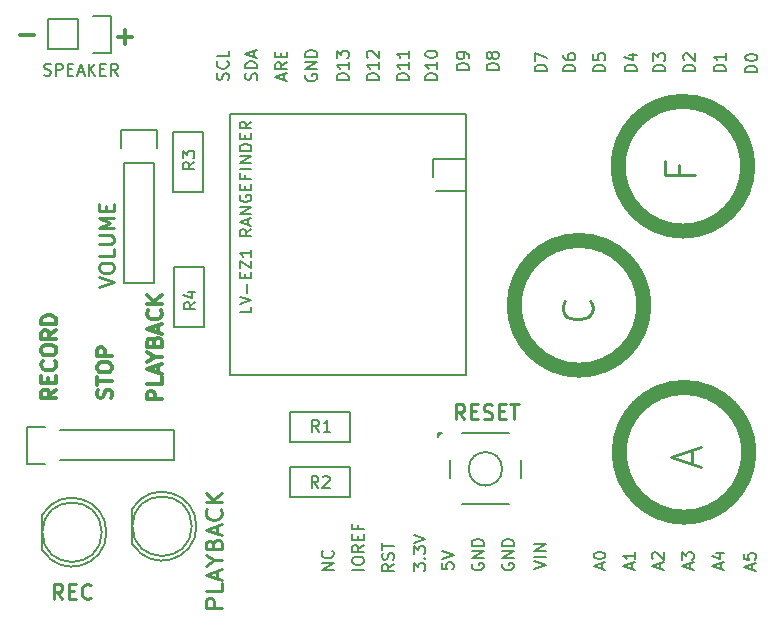
<source format=gto>
G04 #@! TF.FileFunction,Legend,Top*
%FSLAX46Y46*%
G04 Gerber Fmt 4.6, Leading zero omitted, Abs format (unit mm)*
G04 Created by KiCad (PCBNEW 4.0.1-3.201512221402+6198~38~ubuntu14.04.1-stable) date Tue 08 Mar 2016 09:46:03 PM PST*
%MOMM*%
G01*
G04 APERTURE LIST*
%ADD10C,0.100000*%
%ADD11C,1.270000*%
%ADD12C,0.300000*%
%ADD13C,0.152400*%
%ADD14C,0.150000*%
%ADD15C,0.254000*%
G04 APERTURE END LIST*
D10*
D11*
X151036860Y-103471140D02*
G75*
G03X151036860Y-103471140I-5494860J0D01*
G01*
X142146860Y-91025140D02*
G75*
G03X142146860Y-91025140I-5494860J0D01*
G01*
X150943720Y-79248000D02*
G75*
G03X150943720Y-79248000I-5494860J0D01*
G01*
D12*
X89344572Y-68179143D02*
X90487429Y-68179143D01*
X97628572Y-68307143D02*
X98771429Y-68307143D01*
X98200000Y-68878571D02*
X98200000Y-67735714D01*
X101349024Y-98997619D02*
X100079024Y-98997619D01*
X100079024Y-98513810D01*
X100139500Y-98392857D01*
X100199976Y-98332381D01*
X100320929Y-98271905D01*
X100502357Y-98271905D01*
X100623310Y-98332381D01*
X100683786Y-98392857D01*
X100744262Y-98513810D01*
X100744262Y-98997619D01*
X101349024Y-97122857D02*
X101349024Y-97727619D01*
X100079024Y-97727619D01*
X100986167Y-96760000D02*
X100986167Y-96155238D01*
X101349024Y-96880953D02*
X100079024Y-96457619D01*
X101349024Y-96034286D01*
X100744262Y-95369048D02*
X101349024Y-95369048D01*
X100079024Y-95792382D02*
X100744262Y-95369048D01*
X100079024Y-94945715D01*
X100683786Y-94099049D02*
X100744262Y-93917620D01*
X100804738Y-93857144D01*
X100925690Y-93796668D01*
X101107119Y-93796668D01*
X101228071Y-93857144D01*
X101288548Y-93917620D01*
X101349024Y-94038573D01*
X101349024Y-94522382D01*
X100079024Y-94522382D01*
X100079024Y-94099049D01*
X100139500Y-93978096D01*
X100199976Y-93917620D01*
X100320929Y-93857144D01*
X100441881Y-93857144D01*
X100562833Y-93917620D01*
X100623310Y-93978096D01*
X100683786Y-94099049D01*
X100683786Y-94522382D01*
X100986167Y-93312858D02*
X100986167Y-92708096D01*
X101349024Y-93433811D02*
X100079024Y-93010477D01*
X101349024Y-92587144D01*
X101228071Y-91438097D02*
X101288548Y-91498573D01*
X101349024Y-91680002D01*
X101349024Y-91800954D01*
X101288548Y-91982382D01*
X101167595Y-92103335D01*
X101046643Y-92163811D01*
X100804738Y-92224287D01*
X100623310Y-92224287D01*
X100381405Y-92163811D01*
X100260452Y-92103335D01*
X100139500Y-91982382D01*
X100079024Y-91800954D01*
X100079024Y-91680002D01*
X100139500Y-91498573D01*
X100199976Y-91438097D01*
X101349024Y-90893811D02*
X100079024Y-90893811D01*
X101349024Y-90168097D02*
X100623310Y-90712382D01*
X100079024Y-90168097D02*
X100804738Y-90893811D01*
X97034048Y-98881595D02*
X97094524Y-98700167D01*
X97094524Y-98397786D01*
X97034048Y-98276833D01*
X96973571Y-98216357D01*
X96852619Y-98155881D01*
X96731667Y-98155881D01*
X96610714Y-98216357D01*
X96550238Y-98276833D01*
X96489762Y-98397786D01*
X96429286Y-98639690D01*
X96368810Y-98760643D01*
X96308333Y-98821119D01*
X96187381Y-98881595D01*
X96066429Y-98881595D01*
X95945476Y-98821119D01*
X95885000Y-98760643D01*
X95824524Y-98639690D01*
X95824524Y-98337310D01*
X95885000Y-98155881D01*
X95824524Y-97793024D02*
X95824524Y-97067309D01*
X97094524Y-97430166D02*
X95824524Y-97430166D01*
X95824524Y-96402071D02*
X95824524Y-96160167D01*
X95885000Y-96039214D01*
X96005952Y-95918262D01*
X96247857Y-95857786D01*
X96671190Y-95857786D01*
X96913095Y-95918262D01*
X97034048Y-96039214D01*
X97094524Y-96160167D01*
X97094524Y-96402071D01*
X97034048Y-96523024D01*
X96913095Y-96643976D01*
X96671190Y-96704452D01*
X96247857Y-96704452D01*
X96005952Y-96643976D01*
X95885000Y-96523024D01*
X95824524Y-96402071D01*
X97094524Y-95313500D02*
X95824524Y-95313500D01*
X95824524Y-94829691D01*
X95885000Y-94708738D01*
X95945476Y-94648262D01*
X96066429Y-94587786D01*
X96247857Y-94587786D01*
X96368810Y-94648262D01*
X96429286Y-94708738D01*
X96489762Y-94829691D01*
X96489762Y-95313500D01*
X92395524Y-98158905D02*
X91790762Y-98582238D01*
X92395524Y-98884619D02*
X91125524Y-98884619D01*
X91125524Y-98400810D01*
X91186000Y-98279857D01*
X91246476Y-98219381D01*
X91367429Y-98158905D01*
X91548857Y-98158905D01*
X91669810Y-98219381D01*
X91730286Y-98279857D01*
X91790762Y-98400810D01*
X91790762Y-98884619D01*
X91730286Y-97614619D02*
X91730286Y-97191286D01*
X92395524Y-97009857D02*
X92395524Y-97614619D01*
X91125524Y-97614619D01*
X91125524Y-97009857D01*
X92274571Y-95739857D02*
X92335048Y-95800333D01*
X92395524Y-95981762D01*
X92395524Y-96102714D01*
X92335048Y-96284142D01*
X92214095Y-96405095D01*
X92093143Y-96465571D01*
X91851238Y-96526047D01*
X91669810Y-96526047D01*
X91427905Y-96465571D01*
X91306952Y-96405095D01*
X91186000Y-96284142D01*
X91125524Y-96102714D01*
X91125524Y-95981762D01*
X91186000Y-95800333D01*
X91246476Y-95739857D01*
X91125524Y-94953666D02*
X91125524Y-94711762D01*
X91186000Y-94590809D01*
X91306952Y-94469857D01*
X91548857Y-94409381D01*
X91972190Y-94409381D01*
X92214095Y-94469857D01*
X92335048Y-94590809D01*
X92395524Y-94711762D01*
X92395524Y-94953666D01*
X92335048Y-95074619D01*
X92214095Y-95195571D01*
X91972190Y-95256047D01*
X91548857Y-95256047D01*
X91306952Y-95195571D01*
X91186000Y-95074619D01*
X91125524Y-94953666D01*
X92395524Y-93139381D02*
X91790762Y-93562714D01*
X92395524Y-93865095D02*
X91125524Y-93865095D01*
X91125524Y-93381286D01*
X91186000Y-93260333D01*
X91246476Y-93199857D01*
X91367429Y-93139381D01*
X91548857Y-93139381D01*
X91669810Y-93199857D01*
X91730286Y-93260333D01*
X91790762Y-93381286D01*
X91790762Y-93865095D01*
X92395524Y-92595095D02*
X91125524Y-92595095D01*
X91125524Y-92292714D01*
X91186000Y-92111286D01*
X91306952Y-91990333D01*
X91427905Y-91929857D01*
X91669810Y-91869381D01*
X91851238Y-91869381D01*
X92093143Y-91929857D01*
X92214095Y-91990333D01*
X92335048Y-92111286D01*
X92395524Y-92292714D01*
X92395524Y-92595095D01*
D13*
X107124500Y-74866500D02*
X127063500Y-74866500D01*
X127063500Y-96964500D02*
X127063500Y-74866500D01*
X107124500Y-96964500D02*
X107124500Y-74866500D01*
X107124500Y-96964500D02*
X127063500Y-96964500D01*
D14*
X127063500Y-81309500D02*
X124579500Y-81309500D01*
X124249500Y-80189500D02*
X124249500Y-78639500D01*
X124274500Y-78614500D02*
X127063500Y-78614500D01*
X112141000Y-100076000D02*
X117221000Y-100076000D01*
X117221000Y-100076000D02*
X117221000Y-102616000D01*
X117221000Y-102616000D02*
X112141000Y-102616000D01*
X112141000Y-102616000D02*
X112141000Y-100076000D01*
X112141000Y-104711500D02*
X117221000Y-104711500D01*
X117221000Y-104711500D02*
X117221000Y-107251500D01*
X117221000Y-107251500D02*
X112141000Y-107251500D01*
X112141000Y-107251500D02*
X112141000Y-104711500D01*
X102235000Y-81470500D02*
X102235000Y-76390500D01*
X102235000Y-76390500D02*
X104775000Y-76390500D01*
X104775000Y-76390500D02*
X104775000Y-81470500D01*
X104775000Y-81470500D02*
X102235000Y-81470500D01*
X104870000Y-87750000D02*
X104870000Y-92830000D01*
X104870000Y-92830000D02*
X102330000Y-92830000D01*
X102330000Y-92830000D02*
X102330000Y-87750000D01*
X102330000Y-87750000D02*
X104870000Y-87750000D01*
X91241112Y-111760904D02*
G75*
G03X91226000Y-108736000I2484888J1524904D01*
G01*
X91226000Y-111736000D02*
X91226000Y-108736000D01*
X96243936Y-110236000D02*
G75*
G03X96243936Y-110236000I-2517936J0D01*
G01*
X98861112Y-111252904D02*
G75*
G03X98846000Y-108228000I2484888J1524904D01*
G01*
X98846000Y-111228000D02*
X98846000Y-108228000D01*
X103863936Y-109728000D02*
G75*
G03X103863936Y-109728000I-2517936J0D01*
G01*
X94234000Y-69342000D02*
X91694000Y-69342000D01*
X97054000Y-69622000D02*
X95504000Y-69622000D01*
X94234000Y-69342000D02*
X94234000Y-66802000D01*
X95504000Y-66522000D02*
X97054000Y-66522000D01*
X97054000Y-66522000D02*
X97054000Y-69622000D01*
X94234000Y-66802000D02*
X91694000Y-66802000D01*
X91694000Y-66802000D02*
X91694000Y-69342000D01*
X124780000Y-101870000D02*
X124780000Y-101970000D01*
X124680000Y-101820000D02*
X125030000Y-101820000D01*
X125030000Y-101820000D02*
G75*
G03X124680000Y-102170000I700000J-1050000D01*
G01*
X124680000Y-101820000D02*
X124680000Y-102170000D01*
X130144214Y-104870000D02*
G75*
G03X130144214Y-104870000I-1414214J0D01*
G01*
X126730000Y-107870000D02*
X130730000Y-107870000D01*
X126730000Y-101870000D02*
X130730000Y-101870000D01*
X125730000Y-105620000D02*
X125730000Y-104120000D01*
X131730000Y-104120000D02*
X131730000Y-105620000D01*
D10*
X125730000Y-104870000D02*
X125730000Y-104870000D01*
X130730000Y-107870000D02*
X126730000Y-107870000D01*
X130730000Y-101870000D02*
X126730000Y-101870000D01*
X131730000Y-104870000D02*
X131730000Y-104870000D01*
X130144214Y-104870000D02*
G75*
G03X130144214Y-104870000I-1414214J0D01*
G01*
D14*
X97850000Y-77720000D02*
X97850000Y-76170000D01*
X97850000Y-76170000D02*
X100950000Y-76170000D01*
X100950000Y-76170000D02*
X100950000Y-77720000D01*
X100670000Y-78990000D02*
X100670000Y-89150000D01*
X100670000Y-89150000D02*
X98130000Y-89150000D01*
X98130000Y-89150000D02*
X98130000Y-78990000D01*
X100670000Y-78990000D02*
X98130000Y-78990000D01*
X91440000Y-104420000D02*
X89890000Y-104420000D01*
X89890000Y-104420000D02*
X89890000Y-101320000D01*
X89890000Y-101320000D02*
X91440000Y-101320000D01*
X92710000Y-101600000D02*
X102362000Y-101600000D01*
X102362000Y-101600000D02*
X102362000Y-104140000D01*
X102362000Y-104140000D02*
X92710000Y-104140000D01*
X118435381Y-113410762D02*
X117435381Y-113410762D01*
X117435381Y-112744096D02*
X117435381Y-112553619D01*
X117483000Y-112458381D01*
X117578238Y-112363143D01*
X117768714Y-112315524D01*
X118102048Y-112315524D01*
X118292524Y-112363143D01*
X118387762Y-112458381D01*
X118435381Y-112553619D01*
X118435381Y-112744096D01*
X118387762Y-112839334D01*
X118292524Y-112934572D01*
X118102048Y-112982191D01*
X117768714Y-112982191D01*
X117578238Y-112934572D01*
X117483000Y-112839334D01*
X117435381Y-112744096D01*
X118435381Y-111315524D02*
X117959190Y-111648858D01*
X118435381Y-111886953D02*
X117435381Y-111886953D01*
X117435381Y-111506000D01*
X117483000Y-111410762D01*
X117530619Y-111363143D01*
X117625857Y-111315524D01*
X117768714Y-111315524D01*
X117863952Y-111363143D01*
X117911571Y-111410762D01*
X117959190Y-111506000D01*
X117959190Y-111886953D01*
X117911571Y-110886953D02*
X117911571Y-110553619D01*
X118435381Y-110410762D02*
X118435381Y-110886953D01*
X117435381Y-110886953D01*
X117435381Y-110410762D01*
X117911571Y-109648857D02*
X117911571Y-109982191D01*
X118435381Y-109982191D02*
X117435381Y-109982191D01*
X117435381Y-109506000D01*
X115875381Y-113434714D02*
X114875381Y-113434714D01*
X115875381Y-112863285D01*
X114875381Y-112863285D01*
X115780143Y-111815666D02*
X115827762Y-111863285D01*
X115875381Y-112006142D01*
X115875381Y-112101380D01*
X115827762Y-112244238D01*
X115732524Y-112339476D01*
X115637286Y-112387095D01*
X115446810Y-112434714D01*
X115303952Y-112434714D01*
X115113476Y-112387095D01*
X115018238Y-112339476D01*
X114923000Y-112244238D01*
X114875381Y-112101380D01*
X114875381Y-112006142D01*
X114923000Y-111863285D01*
X114970619Y-111815666D01*
X120975381Y-112942619D02*
X120499190Y-113275953D01*
X120975381Y-113514048D02*
X119975381Y-113514048D01*
X119975381Y-113133095D01*
X120023000Y-113037857D01*
X120070619Y-112990238D01*
X120165857Y-112942619D01*
X120308714Y-112942619D01*
X120403952Y-112990238D01*
X120451571Y-113037857D01*
X120499190Y-113133095D01*
X120499190Y-113514048D01*
X120927762Y-112561667D02*
X120975381Y-112418810D01*
X120975381Y-112180714D01*
X120927762Y-112085476D01*
X120880143Y-112037857D01*
X120784905Y-111990238D01*
X120689667Y-111990238D01*
X120594429Y-112037857D01*
X120546810Y-112085476D01*
X120499190Y-112180714D01*
X120451571Y-112371191D01*
X120403952Y-112466429D01*
X120356333Y-112514048D01*
X120261095Y-112561667D01*
X120165857Y-112561667D01*
X120070619Y-112514048D01*
X120023000Y-112466429D01*
X119975381Y-112371191D01*
X119975381Y-112133095D01*
X120023000Y-111990238D01*
X119975381Y-111704524D02*
X119975381Y-111133095D01*
X120975381Y-111418810D02*
X119975381Y-111418810D01*
X122642381Y-113490190D02*
X122642381Y-112871142D01*
X123023333Y-113204476D01*
X123023333Y-113061618D01*
X123070952Y-112966380D01*
X123118571Y-112918761D01*
X123213810Y-112871142D01*
X123451905Y-112871142D01*
X123547143Y-112918761D01*
X123594762Y-112966380D01*
X123642381Y-113061618D01*
X123642381Y-113347333D01*
X123594762Y-113442571D01*
X123547143Y-113490190D01*
X123547143Y-112442571D02*
X123594762Y-112394952D01*
X123642381Y-112442571D01*
X123594762Y-112490190D01*
X123547143Y-112442571D01*
X123642381Y-112442571D01*
X122642381Y-112061619D02*
X122642381Y-111442571D01*
X123023333Y-111775905D01*
X123023333Y-111633047D01*
X123070952Y-111537809D01*
X123118571Y-111490190D01*
X123213810Y-111442571D01*
X123451905Y-111442571D01*
X123547143Y-111490190D01*
X123594762Y-111537809D01*
X123642381Y-111633047D01*
X123642381Y-111918762D01*
X123594762Y-112014000D01*
X123547143Y-112061619D01*
X122642381Y-111156857D02*
X123642381Y-110823524D01*
X122642381Y-110490190D01*
X125035381Y-112839476D02*
X125035381Y-113315667D01*
X125511571Y-113363286D01*
X125463952Y-113315667D01*
X125416333Y-113220429D01*
X125416333Y-112982333D01*
X125463952Y-112887095D01*
X125511571Y-112839476D01*
X125606810Y-112791857D01*
X125844905Y-112791857D01*
X125940143Y-112839476D01*
X125987762Y-112887095D01*
X126035381Y-112982333D01*
X126035381Y-113220429D01*
X125987762Y-113315667D01*
X125940143Y-113363286D01*
X125035381Y-112506143D02*
X126035381Y-112172810D01*
X125035381Y-111839476D01*
X127623000Y-112902904D02*
X127575381Y-112998142D01*
X127575381Y-113140999D01*
X127623000Y-113283857D01*
X127718238Y-113379095D01*
X127813476Y-113426714D01*
X128003952Y-113474333D01*
X128146810Y-113474333D01*
X128337286Y-113426714D01*
X128432524Y-113379095D01*
X128527762Y-113283857D01*
X128575381Y-113140999D01*
X128575381Y-113045761D01*
X128527762Y-112902904D01*
X128480143Y-112855285D01*
X128146810Y-112855285D01*
X128146810Y-113045761D01*
X128575381Y-112426714D02*
X127575381Y-112426714D01*
X128575381Y-111855285D01*
X127575381Y-111855285D01*
X128575381Y-111379095D02*
X127575381Y-111379095D01*
X127575381Y-111141000D01*
X127623000Y-110998142D01*
X127718238Y-110902904D01*
X127813476Y-110855285D01*
X128003952Y-110807666D01*
X128146810Y-110807666D01*
X128337286Y-110855285D01*
X128432524Y-110902904D01*
X128527762Y-110998142D01*
X128575381Y-111141000D01*
X128575381Y-111379095D01*
X130198000Y-112902904D02*
X130150381Y-112998142D01*
X130150381Y-113140999D01*
X130198000Y-113283857D01*
X130293238Y-113379095D01*
X130388476Y-113426714D01*
X130578952Y-113474333D01*
X130721810Y-113474333D01*
X130912286Y-113426714D01*
X131007524Y-113379095D01*
X131102762Y-113283857D01*
X131150381Y-113140999D01*
X131150381Y-113045761D01*
X131102762Y-112902904D01*
X131055143Y-112855285D01*
X130721810Y-112855285D01*
X130721810Y-113045761D01*
X131150381Y-112426714D02*
X130150381Y-112426714D01*
X131150381Y-111855285D01*
X130150381Y-111855285D01*
X131150381Y-111379095D02*
X130150381Y-111379095D01*
X130150381Y-111141000D01*
X130198000Y-110998142D01*
X130293238Y-110902904D01*
X130388476Y-110855285D01*
X130578952Y-110807666D01*
X130721810Y-110807666D01*
X130912286Y-110855285D01*
X131007524Y-110902904D01*
X131102762Y-110998142D01*
X131150381Y-111141000D01*
X131150381Y-111379095D01*
X132825381Y-113311238D02*
X133825381Y-112977905D01*
X132825381Y-112644571D01*
X133825381Y-112311238D02*
X132825381Y-112311238D01*
X133825381Y-111835048D02*
X132825381Y-111835048D01*
X133825381Y-111263619D01*
X132825381Y-111263619D01*
X151319667Y-113438286D02*
X151319667Y-112962095D01*
X151605381Y-113533524D02*
X150605381Y-113200191D01*
X151605381Y-112866857D01*
X150605381Y-112057333D02*
X150605381Y-112533524D01*
X151081571Y-112581143D01*
X151033952Y-112533524D01*
X150986333Y-112438286D01*
X150986333Y-112200190D01*
X151033952Y-112104952D01*
X151081571Y-112057333D01*
X151176810Y-112009714D01*
X151414905Y-112009714D01*
X151510143Y-112057333D01*
X151557762Y-112104952D01*
X151605381Y-112200190D01*
X151605381Y-112438286D01*
X151557762Y-112533524D01*
X151510143Y-112581143D01*
X148644667Y-113363286D02*
X148644667Y-112887095D01*
X148930381Y-113458524D02*
X147930381Y-113125191D01*
X148930381Y-112791857D01*
X148263714Y-112029952D02*
X148930381Y-112029952D01*
X147882762Y-112268048D02*
X148597048Y-112506143D01*
X148597048Y-111887095D01*
X146069667Y-113363286D02*
X146069667Y-112887095D01*
X146355381Y-113458524D02*
X145355381Y-113125191D01*
X146355381Y-112791857D01*
X145355381Y-112553762D02*
X145355381Y-111934714D01*
X145736333Y-112268048D01*
X145736333Y-112125190D01*
X145783952Y-112029952D01*
X145831571Y-111982333D01*
X145926810Y-111934714D01*
X146164905Y-111934714D01*
X146260143Y-111982333D01*
X146307762Y-112029952D01*
X146355381Y-112125190D01*
X146355381Y-112410905D01*
X146307762Y-112506143D01*
X146260143Y-112553762D01*
X143529667Y-113363286D02*
X143529667Y-112887095D01*
X143815381Y-113458524D02*
X142815381Y-113125191D01*
X143815381Y-112791857D01*
X142910619Y-112506143D02*
X142863000Y-112458524D01*
X142815381Y-112363286D01*
X142815381Y-112125190D01*
X142863000Y-112029952D01*
X142910619Y-111982333D01*
X143005857Y-111934714D01*
X143101095Y-111934714D01*
X143243952Y-111982333D01*
X143815381Y-112553762D01*
X143815381Y-111934714D01*
X141116667Y-113363286D02*
X141116667Y-112887095D01*
X141402381Y-113458524D02*
X140402381Y-113125191D01*
X141402381Y-112791857D01*
X141402381Y-111934714D02*
X141402381Y-112506143D01*
X141402381Y-112220429D02*
X140402381Y-112220429D01*
X140545238Y-112315667D01*
X140640476Y-112410905D01*
X140688095Y-112506143D01*
X138596667Y-113363286D02*
X138596667Y-112887095D01*
X138882381Y-113458524D02*
X137882381Y-113125191D01*
X138882381Y-112791857D01*
X137882381Y-112268048D02*
X137882381Y-112172809D01*
X137930000Y-112077571D01*
X137977619Y-112029952D01*
X138072857Y-111982333D01*
X138263333Y-111934714D01*
X138501429Y-111934714D01*
X138691905Y-111982333D01*
X138787143Y-112029952D01*
X138834762Y-112077571D01*
X138882381Y-112172809D01*
X138882381Y-112268048D01*
X138834762Y-112363286D01*
X138787143Y-112410905D01*
X138691905Y-112458524D01*
X138501429Y-112506143D01*
X138263333Y-112506143D01*
X138072857Y-112458524D01*
X137977619Y-112410905D01*
X137930000Y-112363286D01*
X137882381Y-112268048D01*
X106937762Y-71929476D02*
X106985381Y-71786619D01*
X106985381Y-71548523D01*
X106937762Y-71453285D01*
X106890143Y-71405666D01*
X106794905Y-71358047D01*
X106699667Y-71358047D01*
X106604429Y-71405666D01*
X106556810Y-71453285D01*
X106509190Y-71548523D01*
X106461571Y-71739000D01*
X106413952Y-71834238D01*
X106366333Y-71881857D01*
X106271095Y-71929476D01*
X106175857Y-71929476D01*
X106080619Y-71881857D01*
X106033000Y-71834238D01*
X105985381Y-71739000D01*
X105985381Y-71500904D01*
X106033000Y-71358047D01*
X106890143Y-70358047D02*
X106937762Y-70405666D01*
X106985381Y-70548523D01*
X106985381Y-70643761D01*
X106937762Y-70786619D01*
X106842524Y-70881857D01*
X106747286Y-70929476D01*
X106556810Y-70977095D01*
X106413952Y-70977095D01*
X106223476Y-70929476D01*
X106128238Y-70881857D01*
X106033000Y-70786619D01*
X105985381Y-70643761D01*
X105985381Y-70548523D01*
X106033000Y-70405666D01*
X106080619Y-70358047D01*
X106985381Y-69453285D02*
X106985381Y-69929476D01*
X105985381Y-69929476D01*
X109350762Y-71953286D02*
X109398381Y-71810429D01*
X109398381Y-71572333D01*
X109350762Y-71477095D01*
X109303143Y-71429476D01*
X109207905Y-71381857D01*
X109112667Y-71381857D01*
X109017429Y-71429476D01*
X108969810Y-71477095D01*
X108922190Y-71572333D01*
X108874571Y-71762810D01*
X108826952Y-71858048D01*
X108779333Y-71905667D01*
X108684095Y-71953286D01*
X108588857Y-71953286D01*
X108493619Y-71905667D01*
X108446000Y-71858048D01*
X108398381Y-71762810D01*
X108398381Y-71524714D01*
X108446000Y-71381857D01*
X109398381Y-70953286D02*
X108398381Y-70953286D01*
X108398381Y-70715191D01*
X108446000Y-70572333D01*
X108541238Y-70477095D01*
X108636476Y-70429476D01*
X108826952Y-70381857D01*
X108969810Y-70381857D01*
X109160286Y-70429476D01*
X109255524Y-70477095D01*
X109350762Y-70572333D01*
X109398381Y-70715191D01*
X109398381Y-70953286D01*
X109112667Y-70000905D02*
X109112667Y-69524714D01*
X109398381Y-70096143D02*
X108398381Y-69762810D01*
X109398381Y-69429476D01*
X111652667Y-71929476D02*
X111652667Y-71453285D01*
X111938381Y-72024714D02*
X110938381Y-71691381D01*
X111938381Y-71358047D01*
X111938381Y-70453285D02*
X111462190Y-70786619D01*
X111938381Y-71024714D02*
X110938381Y-71024714D01*
X110938381Y-70643761D01*
X110986000Y-70548523D01*
X111033619Y-70500904D01*
X111128857Y-70453285D01*
X111271714Y-70453285D01*
X111366952Y-70500904D01*
X111414571Y-70548523D01*
X111462190Y-70643761D01*
X111462190Y-71024714D01*
X111414571Y-70024714D02*
X111414571Y-69691380D01*
X111938381Y-69548523D02*
X111938381Y-70024714D01*
X110938381Y-70024714D01*
X110938381Y-69548523D01*
X113526000Y-71500904D02*
X113478381Y-71596142D01*
X113478381Y-71738999D01*
X113526000Y-71881857D01*
X113621238Y-71977095D01*
X113716476Y-72024714D01*
X113906952Y-72072333D01*
X114049810Y-72072333D01*
X114240286Y-72024714D01*
X114335524Y-71977095D01*
X114430762Y-71881857D01*
X114478381Y-71738999D01*
X114478381Y-71643761D01*
X114430762Y-71500904D01*
X114383143Y-71453285D01*
X114049810Y-71453285D01*
X114049810Y-71643761D01*
X114478381Y-71024714D02*
X113478381Y-71024714D01*
X114478381Y-70453285D01*
X113478381Y-70453285D01*
X114478381Y-69977095D02*
X113478381Y-69977095D01*
X113478381Y-69739000D01*
X113526000Y-69596142D01*
X113621238Y-69500904D01*
X113716476Y-69453285D01*
X113906952Y-69405666D01*
X114049810Y-69405666D01*
X114240286Y-69453285D01*
X114335524Y-69500904D01*
X114430762Y-69596142D01*
X114478381Y-69739000D01*
X114478381Y-69977095D01*
X117145381Y-71953286D02*
X116145381Y-71953286D01*
X116145381Y-71715191D01*
X116193000Y-71572333D01*
X116288238Y-71477095D01*
X116383476Y-71429476D01*
X116573952Y-71381857D01*
X116716810Y-71381857D01*
X116907286Y-71429476D01*
X117002524Y-71477095D01*
X117097762Y-71572333D01*
X117145381Y-71715191D01*
X117145381Y-71953286D01*
X117145381Y-70429476D02*
X117145381Y-71000905D01*
X117145381Y-70715191D02*
X116145381Y-70715191D01*
X116288238Y-70810429D01*
X116383476Y-70905667D01*
X116431095Y-71000905D01*
X116145381Y-70096143D02*
X116145381Y-69477095D01*
X116526333Y-69810429D01*
X116526333Y-69667571D01*
X116573952Y-69572333D01*
X116621571Y-69524714D01*
X116716810Y-69477095D01*
X116954905Y-69477095D01*
X117050143Y-69524714D01*
X117097762Y-69572333D01*
X117145381Y-69667571D01*
X117145381Y-69953286D01*
X117097762Y-70048524D01*
X117050143Y-70096143D01*
X119685381Y-71953286D02*
X118685381Y-71953286D01*
X118685381Y-71715191D01*
X118733000Y-71572333D01*
X118828238Y-71477095D01*
X118923476Y-71429476D01*
X119113952Y-71381857D01*
X119256810Y-71381857D01*
X119447286Y-71429476D01*
X119542524Y-71477095D01*
X119637762Y-71572333D01*
X119685381Y-71715191D01*
X119685381Y-71953286D01*
X119685381Y-70429476D02*
X119685381Y-71000905D01*
X119685381Y-70715191D02*
X118685381Y-70715191D01*
X118828238Y-70810429D01*
X118923476Y-70905667D01*
X118971095Y-71000905D01*
X118780619Y-70048524D02*
X118733000Y-70000905D01*
X118685381Y-69905667D01*
X118685381Y-69667571D01*
X118733000Y-69572333D01*
X118780619Y-69524714D01*
X118875857Y-69477095D01*
X118971095Y-69477095D01*
X119113952Y-69524714D01*
X119685381Y-70096143D01*
X119685381Y-69477095D01*
X122225381Y-71953286D02*
X121225381Y-71953286D01*
X121225381Y-71715191D01*
X121273000Y-71572333D01*
X121368238Y-71477095D01*
X121463476Y-71429476D01*
X121653952Y-71381857D01*
X121796810Y-71381857D01*
X121987286Y-71429476D01*
X122082524Y-71477095D01*
X122177762Y-71572333D01*
X122225381Y-71715191D01*
X122225381Y-71953286D01*
X122225381Y-70429476D02*
X122225381Y-71000905D01*
X122225381Y-70715191D02*
X121225381Y-70715191D01*
X121368238Y-70810429D01*
X121463476Y-70905667D01*
X121511095Y-71000905D01*
X122225381Y-69477095D02*
X122225381Y-70048524D01*
X122225381Y-69762810D02*
X121225381Y-69762810D01*
X121368238Y-69858048D01*
X121463476Y-69953286D01*
X121511095Y-70048524D01*
X124638381Y-71953286D02*
X123638381Y-71953286D01*
X123638381Y-71715191D01*
X123686000Y-71572333D01*
X123781238Y-71477095D01*
X123876476Y-71429476D01*
X124066952Y-71381857D01*
X124209810Y-71381857D01*
X124400286Y-71429476D01*
X124495524Y-71477095D01*
X124590762Y-71572333D01*
X124638381Y-71715191D01*
X124638381Y-71953286D01*
X124638381Y-70429476D02*
X124638381Y-71000905D01*
X124638381Y-70715191D02*
X123638381Y-70715191D01*
X123781238Y-70810429D01*
X123876476Y-70905667D01*
X123924095Y-71000905D01*
X123638381Y-69810429D02*
X123638381Y-69715190D01*
X123686000Y-69619952D01*
X123733619Y-69572333D01*
X123828857Y-69524714D01*
X124019333Y-69477095D01*
X124257429Y-69477095D01*
X124447905Y-69524714D01*
X124543143Y-69572333D01*
X124590762Y-69619952D01*
X124638381Y-69715190D01*
X124638381Y-69810429D01*
X124590762Y-69905667D01*
X124543143Y-69953286D01*
X124447905Y-70000905D01*
X124257429Y-70048524D01*
X124019333Y-70048524D01*
X123828857Y-70000905D01*
X123733619Y-69953286D01*
X123686000Y-69905667D01*
X123638381Y-69810429D01*
X127305381Y-71096095D02*
X126305381Y-71096095D01*
X126305381Y-70858000D01*
X126353000Y-70715142D01*
X126448238Y-70619904D01*
X126543476Y-70572285D01*
X126733952Y-70524666D01*
X126876810Y-70524666D01*
X127067286Y-70572285D01*
X127162524Y-70619904D01*
X127257762Y-70715142D01*
X127305381Y-70858000D01*
X127305381Y-71096095D01*
X127305381Y-70048476D02*
X127305381Y-69858000D01*
X127257762Y-69762761D01*
X127210143Y-69715142D01*
X127067286Y-69619904D01*
X126876810Y-69572285D01*
X126495857Y-69572285D01*
X126400619Y-69619904D01*
X126353000Y-69667523D01*
X126305381Y-69762761D01*
X126305381Y-69953238D01*
X126353000Y-70048476D01*
X126400619Y-70096095D01*
X126495857Y-70143714D01*
X126733952Y-70143714D01*
X126829190Y-70096095D01*
X126876810Y-70048476D01*
X126924429Y-69953238D01*
X126924429Y-69762761D01*
X126876810Y-69667523D01*
X126829190Y-69619904D01*
X126733952Y-69572285D01*
X129845381Y-71096095D02*
X128845381Y-71096095D01*
X128845381Y-70858000D01*
X128893000Y-70715142D01*
X128988238Y-70619904D01*
X129083476Y-70572285D01*
X129273952Y-70524666D01*
X129416810Y-70524666D01*
X129607286Y-70572285D01*
X129702524Y-70619904D01*
X129797762Y-70715142D01*
X129845381Y-70858000D01*
X129845381Y-71096095D01*
X129273952Y-69953238D02*
X129226333Y-70048476D01*
X129178714Y-70096095D01*
X129083476Y-70143714D01*
X129035857Y-70143714D01*
X128940619Y-70096095D01*
X128893000Y-70048476D01*
X128845381Y-69953238D01*
X128845381Y-69762761D01*
X128893000Y-69667523D01*
X128940619Y-69619904D01*
X129035857Y-69572285D01*
X129083476Y-69572285D01*
X129178714Y-69619904D01*
X129226333Y-69667523D01*
X129273952Y-69762761D01*
X129273952Y-69953238D01*
X129321571Y-70048476D01*
X129369190Y-70096095D01*
X129464429Y-70143714D01*
X129654905Y-70143714D01*
X129750143Y-70096095D01*
X129797762Y-70048476D01*
X129845381Y-69953238D01*
X129845381Y-69762761D01*
X129797762Y-69667523D01*
X129750143Y-69619904D01*
X129654905Y-69572285D01*
X129464429Y-69572285D01*
X129369190Y-69619904D01*
X129321571Y-69667523D01*
X129273952Y-69762761D01*
X133909381Y-71223095D02*
X132909381Y-71223095D01*
X132909381Y-70985000D01*
X132957000Y-70842142D01*
X133052238Y-70746904D01*
X133147476Y-70699285D01*
X133337952Y-70651666D01*
X133480810Y-70651666D01*
X133671286Y-70699285D01*
X133766524Y-70746904D01*
X133861762Y-70842142D01*
X133909381Y-70985000D01*
X133909381Y-71223095D01*
X132909381Y-70318333D02*
X132909381Y-69651666D01*
X133909381Y-70080238D01*
X136322381Y-71223095D02*
X135322381Y-71223095D01*
X135322381Y-70985000D01*
X135370000Y-70842142D01*
X135465238Y-70746904D01*
X135560476Y-70699285D01*
X135750952Y-70651666D01*
X135893810Y-70651666D01*
X136084286Y-70699285D01*
X136179524Y-70746904D01*
X136274762Y-70842142D01*
X136322381Y-70985000D01*
X136322381Y-71223095D01*
X135322381Y-69794523D02*
X135322381Y-69985000D01*
X135370000Y-70080238D01*
X135417619Y-70127857D01*
X135560476Y-70223095D01*
X135750952Y-70270714D01*
X136131905Y-70270714D01*
X136227143Y-70223095D01*
X136274762Y-70175476D01*
X136322381Y-70080238D01*
X136322381Y-69889761D01*
X136274762Y-69794523D01*
X136227143Y-69746904D01*
X136131905Y-69699285D01*
X135893810Y-69699285D01*
X135798571Y-69746904D01*
X135750952Y-69794523D01*
X135703333Y-69889761D01*
X135703333Y-70080238D01*
X135750952Y-70175476D01*
X135798571Y-70223095D01*
X135893810Y-70270714D01*
X138862381Y-71223095D02*
X137862381Y-71223095D01*
X137862381Y-70985000D01*
X137910000Y-70842142D01*
X138005238Y-70746904D01*
X138100476Y-70699285D01*
X138290952Y-70651666D01*
X138433810Y-70651666D01*
X138624286Y-70699285D01*
X138719524Y-70746904D01*
X138814762Y-70842142D01*
X138862381Y-70985000D01*
X138862381Y-71223095D01*
X137862381Y-69746904D02*
X137862381Y-70223095D01*
X138338571Y-70270714D01*
X138290952Y-70223095D01*
X138243333Y-70127857D01*
X138243333Y-69889761D01*
X138290952Y-69794523D01*
X138338571Y-69746904D01*
X138433810Y-69699285D01*
X138671905Y-69699285D01*
X138767143Y-69746904D01*
X138814762Y-69794523D01*
X138862381Y-69889761D01*
X138862381Y-70127857D01*
X138814762Y-70223095D01*
X138767143Y-70270714D01*
X141529381Y-71223095D02*
X140529381Y-71223095D01*
X140529381Y-70985000D01*
X140577000Y-70842142D01*
X140672238Y-70746904D01*
X140767476Y-70699285D01*
X140957952Y-70651666D01*
X141100810Y-70651666D01*
X141291286Y-70699285D01*
X141386524Y-70746904D01*
X141481762Y-70842142D01*
X141529381Y-70985000D01*
X141529381Y-71223095D01*
X140862714Y-69794523D02*
X141529381Y-69794523D01*
X140481762Y-70032619D02*
X141196048Y-70270714D01*
X141196048Y-69651666D01*
X143942381Y-71223095D02*
X142942381Y-71223095D01*
X142942381Y-70985000D01*
X142990000Y-70842142D01*
X143085238Y-70746904D01*
X143180476Y-70699285D01*
X143370952Y-70651666D01*
X143513810Y-70651666D01*
X143704286Y-70699285D01*
X143799524Y-70746904D01*
X143894762Y-70842142D01*
X143942381Y-70985000D01*
X143942381Y-71223095D01*
X142942381Y-70318333D02*
X142942381Y-69699285D01*
X143323333Y-70032619D01*
X143323333Y-69889761D01*
X143370952Y-69794523D01*
X143418571Y-69746904D01*
X143513810Y-69699285D01*
X143751905Y-69699285D01*
X143847143Y-69746904D01*
X143894762Y-69794523D01*
X143942381Y-69889761D01*
X143942381Y-70175476D01*
X143894762Y-70270714D01*
X143847143Y-70318333D01*
X146482381Y-71223095D02*
X145482381Y-71223095D01*
X145482381Y-70985000D01*
X145530000Y-70842142D01*
X145625238Y-70746904D01*
X145720476Y-70699285D01*
X145910952Y-70651666D01*
X146053810Y-70651666D01*
X146244286Y-70699285D01*
X146339524Y-70746904D01*
X146434762Y-70842142D01*
X146482381Y-70985000D01*
X146482381Y-71223095D01*
X145577619Y-70270714D02*
X145530000Y-70223095D01*
X145482381Y-70127857D01*
X145482381Y-69889761D01*
X145530000Y-69794523D01*
X145577619Y-69746904D01*
X145672857Y-69699285D01*
X145768095Y-69699285D01*
X145910952Y-69746904D01*
X146482381Y-70318333D01*
X146482381Y-69699285D01*
X149057381Y-71223095D02*
X148057381Y-71223095D01*
X148057381Y-70985000D01*
X148105000Y-70842142D01*
X148200238Y-70746904D01*
X148295476Y-70699285D01*
X148485952Y-70651666D01*
X148628810Y-70651666D01*
X148819286Y-70699285D01*
X148914524Y-70746904D01*
X149009762Y-70842142D01*
X149057381Y-70985000D01*
X149057381Y-71223095D01*
X149057381Y-69699285D02*
X149057381Y-70270714D01*
X149057381Y-69985000D02*
X148057381Y-69985000D01*
X148200238Y-70080238D01*
X148295476Y-70175476D01*
X148343095Y-70270714D01*
X151732381Y-71298095D02*
X150732381Y-71298095D01*
X150732381Y-71060000D01*
X150780000Y-70917142D01*
X150875238Y-70821904D01*
X150970476Y-70774285D01*
X151160952Y-70726666D01*
X151303810Y-70726666D01*
X151494286Y-70774285D01*
X151589524Y-70821904D01*
X151684762Y-70917142D01*
X151732381Y-71060000D01*
X151732381Y-71298095D01*
X150732381Y-70107619D02*
X150732381Y-70012380D01*
X150780000Y-69917142D01*
X150827619Y-69869523D01*
X150922857Y-69821904D01*
X151113333Y-69774285D01*
X151351429Y-69774285D01*
X151541905Y-69821904D01*
X151637143Y-69869523D01*
X151684762Y-69917142D01*
X151732381Y-70012380D01*
X151732381Y-70107619D01*
X151684762Y-70202857D01*
X151637143Y-70250476D01*
X151541905Y-70298095D01*
X151351429Y-70345714D01*
X151113333Y-70345714D01*
X150922857Y-70298095D01*
X150827619Y-70250476D01*
X150780000Y-70202857D01*
X150732381Y-70107619D01*
X108910381Y-91137428D02*
X108910381Y-91613619D01*
X107910381Y-91613619D01*
X107910381Y-90946952D02*
X108910381Y-90613619D01*
X107910381Y-90280285D01*
X108529429Y-89946952D02*
X108529429Y-89185047D01*
X108386571Y-88708857D02*
X108386571Y-88375523D01*
X108910381Y-88232666D02*
X108910381Y-88708857D01*
X107910381Y-88708857D01*
X107910381Y-88232666D01*
X107910381Y-87899333D02*
X107910381Y-87232666D01*
X108910381Y-87899333D01*
X108910381Y-87232666D01*
X108910381Y-86327904D02*
X108910381Y-86899333D01*
X108910381Y-86613619D02*
X107910381Y-86613619D01*
X108053238Y-86708857D01*
X108148476Y-86804095D01*
X108196095Y-86899333D01*
X108910381Y-84565999D02*
X108434190Y-84899333D01*
X108910381Y-85137428D02*
X107910381Y-85137428D01*
X107910381Y-84756475D01*
X107958000Y-84661237D01*
X108005619Y-84613618D01*
X108100857Y-84565999D01*
X108243714Y-84565999D01*
X108338952Y-84613618D01*
X108386571Y-84661237D01*
X108434190Y-84756475D01*
X108434190Y-85137428D01*
X108624667Y-84185047D02*
X108624667Y-83708856D01*
X108910381Y-84280285D02*
X107910381Y-83946952D01*
X108910381Y-83613618D01*
X108910381Y-83280285D02*
X107910381Y-83280285D01*
X108910381Y-82708856D01*
X107910381Y-82708856D01*
X107958000Y-81708856D02*
X107910381Y-81804094D01*
X107910381Y-81946951D01*
X107958000Y-82089809D01*
X108053238Y-82185047D01*
X108148476Y-82232666D01*
X108338952Y-82280285D01*
X108481810Y-82280285D01*
X108672286Y-82232666D01*
X108767524Y-82185047D01*
X108862762Y-82089809D01*
X108910381Y-81946951D01*
X108910381Y-81851713D01*
X108862762Y-81708856D01*
X108815143Y-81661237D01*
X108481810Y-81661237D01*
X108481810Y-81851713D01*
X108386571Y-81232666D02*
X108386571Y-80899332D01*
X108910381Y-80756475D02*
X108910381Y-81232666D01*
X107910381Y-81232666D01*
X107910381Y-80756475D01*
X108386571Y-79994570D02*
X108386571Y-80327904D01*
X108910381Y-80327904D02*
X107910381Y-80327904D01*
X107910381Y-79851713D01*
X108910381Y-79470761D02*
X107910381Y-79470761D01*
X108910381Y-78994571D02*
X107910381Y-78994571D01*
X108910381Y-78423142D01*
X107910381Y-78423142D01*
X108910381Y-77946952D02*
X107910381Y-77946952D01*
X107910381Y-77708857D01*
X107958000Y-77565999D01*
X108053238Y-77470761D01*
X108148476Y-77423142D01*
X108338952Y-77375523D01*
X108481810Y-77375523D01*
X108672286Y-77423142D01*
X108767524Y-77470761D01*
X108862762Y-77565999D01*
X108910381Y-77708857D01*
X108910381Y-77946952D01*
X108386571Y-76946952D02*
X108386571Y-76613618D01*
X108910381Y-76470761D02*
X108910381Y-76946952D01*
X107910381Y-76946952D01*
X107910381Y-76470761D01*
X108910381Y-75470761D02*
X108434190Y-75804095D01*
X108910381Y-76042190D02*
X107910381Y-76042190D01*
X107910381Y-75661237D01*
X107958000Y-75565999D01*
X108005619Y-75518380D01*
X108100857Y-75470761D01*
X108243714Y-75470761D01*
X108338952Y-75518380D01*
X108386571Y-75565999D01*
X108434190Y-75661237D01*
X108434190Y-76042190D01*
X114641334Y-101734881D02*
X114308000Y-101258690D01*
X114069905Y-101734881D02*
X114069905Y-100734881D01*
X114450858Y-100734881D01*
X114546096Y-100782500D01*
X114593715Y-100830119D01*
X114641334Y-100925357D01*
X114641334Y-101068214D01*
X114593715Y-101163452D01*
X114546096Y-101211071D01*
X114450858Y-101258690D01*
X114069905Y-101258690D01*
X115593715Y-101734881D02*
X115022286Y-101734881D01*
X115308000Y-101734881D02*
X115308000Y-100734881D01*
X115212762Y-100877738D01*
X115117524Y-100972976D01*
X115022286Y-101020595D01*
X114577834Y-106497381D02*
X114244500Y-106021190D01*
X114006405Y-106497381D02*
X114006405Y-105497381D01*
X114387358Y-105497381D01*
X114482596Y-105545000D01*
X114530215Y-105592619D01*
X114577834Y-105687857D01*
X114577834Y-105830714D01*
X114530215Y-105925952D01*
X114482596Y-105973571D01*
X114387358Y-106021190D01*
X114006405Y-106021190D01*
X114958786Y-105592619D02*
X115006405Y-105545000D01*
X115101643Y-105497381D01*
X115339739Y-105497381D01*
X115434977Y-105545000D01*
X115482596Y-105592619D01*
X115530215Y-105687857D01*
X115530215Y-105783095D01*
X115482596Y-105925952D01*
X114911167Y-106497381D01*
X115530215Y-106497381D01*
X104084381Y-78906666D02*
X103608190Y-79240000D01*
X104084381Y-79478095D02*
X103084381Y-79478095D01*
X103084381Y-79097142D01*
X103132000Y-79001904D01*
X103179619Y-78954285D01*
X103274857Y-78906666D01*
X103417714Y-78906666D01*
X103512952Y-78954285D01*
X103560571Y-79001904D01*
X103608190Y-79097142D01*
X103608190Y-79478095D01*
X103084381Y-78573333D02*
X103084381Y-77954285D01*
X103465333Y-78287619D01*
X103465333Y-78144761D01*
X103512952Y-78049523D01*
X103560571Y-78001904D01*
X103655810Y-77954285D01*
X103893905Y-77954285D01*
X103989143Y-78001904D01*
X104036762Y-78049523D01*
X104084381Y-78144761D01*
X104084381Y-78430476D01*
X104036762Y-78525714D01*
X103989143Y-78573333D01*
X104179381Y-90774166D02*
X103703190Y-91107500D01*
X104179381Y-91345595D02*
X103179381Y-91345595D01*
X103179381Y-90964642D01*
X103227000Y-90869404D01*
X103274619Y-90821785D01*
X103369857Y-90774166D01*
X103512714Y-90774166D01*
X103607952Y-90821785D01*
X103655571Y-90869404D01*
X103703190Y-90964642D01*
X103703190Y-91345595D01*
X103512714Y-89917023D02*
X104179381Y-89917023D01*
X103131762Y-90155119D02*
X103846048Y-90393214D01*
X103846048Y-89774166D01*
D15*
X146219333Y-104490761D02*
X146219333Y-103281238D01*
X146945048Y-104732666D02*
X144405048Y-103886000D01*
X146945048Y-103039333D01*
X145106571Y-79139142D02*
X145106571Y-79985809D01*
X146437048Y-79985809D02*
X143897048Y-79985809D01*
X143897048Y-78776285D01*
X137559143Y-90653810D02*
X137680095Y-90774762D01*
X137801048Y-91137619D01*
X137801048Y-91379524D01*
X137680095Y-91742381D01*
X137438190Y-91984286D01*
X137196286Y-92105238D01*
X136712476Y-92226190D01*
X136349619Y-92226190D01*
X135865810Y-92105238D01*
X135623905Y-91984286D01*
X135382000Y-91742381D01*
X135261048Y-91379524D01*
X135261048Y-91137619D01*
X135382000Y-90774762D01*
X135502952Y-90653810D01*
X92909571Y-115890524D02*
X92486238Y-115285762D01*
X92183857Y-115890524D02*
X92183857Y-114620524D01*
X92667666Y-114620524D01*
X92788619Y-114681000D01*
X92849095Y-114741476D01*
X92909571Y-114862429D01*
X92909571Y-115043857D01*
X92849095Y-115164810D01*
X92788619Y-115225286D01*
X92667666Y-115285762D01*
X92183857Y-115285762D01*
X93453857Y-115225286D02*
X93877190Y-115225286D01*
X94058619Y-115890524D02*
X93453857Y-115890524D01*
X93453857Y-114620524D01*
X94058619Y-114620524D01*
X95328619Y-115769571D02*
X95268143Y-115830048D01*
X95086714Y-115890524D01*
X94965762Y-115890524D01*
X94784334Y-115830048D01*
X94663381Y-115709095D01*
X94602905Y-115588143D01*
X94542429Y-115346238D01*
X94542429Y-115164810D01*
X94602905Y-114922905D01*
X94663381Y-114801952D01*
X94784334Y-114681000D01*
X94965762Y-114620524D01*
X95086714Y-114620524D01*
X95268143Y-114681000D01*
X95328619Y-114741476D01*
X106431976Y-116622977D02*
X105034976Y-116622977D01*
X105034976Y-116090786D01*
X105101500Y-115957739D01*
X105168024Y-115891215D01*
X105301071Y-115824691D01*
X105500643Y-115824691D01*
X105633690Y-115891215D01*
X105700214Y-115957739D01*
X105766738Y-116090786D01*
X105766738Y-116622977D01*
X106431976Y-114560739D02*
X106431976Y-115225977D01*
X105034976Y-115225977D01*
X106032833Y-114161596D02*
X106032833Y-113496358D01*
X106431976Y-114294643D02*
X105034976Y-113828977D01*
X106431976Y-113363310D01*
X105766738Y-112631548D02*
X106431976Y-112631548D01*
X105034976Y-113097214D02*
X105766738Y-112631548D01*
X105034976Y-112165881D01*
X105700214Y-111234547D02*
X105766738Y-111034976D01*
X105833262Y-110968452D01*
X105966310Y-110901928D01*
X106165881Y-110901928D01*
X106298929Y-110968452D01*
X106365452Y-111034976D01*
X106431976Y-111168023D01*
X106431976Y-111700214D01*
X105034976Y-111700214D01*
X105034976Y-111234547D01*
X105101500Y-111101500D01*
X105168024Y-111034976D01*
X105301071Y-110968452D01*
X105434119Y-110968452D01*
X105567167Y-111034976D01*
X105633690Y-111101500D01*
X105700214Y-111234547D01*
X105700214Y-111700214D01*
X106032833Y-110369738D02*
X106032833Y-109704500D01*
X106431976Y-110502785D02*
X105034976Y-110037119D01*
X106431976Y-109571452D01*
X106298929Y-108307499D02*
X106365452Y-108374023D01*
X106431976Y-108573594D01*
X106431976Y-108706642D01*
X106365452Y-108906214D01*
X106232405Y-109039261D01*
X106099357Y-109105785D01*
X105833262Y-109172309D01*
X105633690Y-109172309D01*
X105367595Y-109105785D01*
X105234548Y-109039261D01*
X105101500Y-108906214D01*
X105034976Y-108706642D01*
X105034976Y-108573594D01*
X105101500Y-108374023D01*
X105168024Y-108307499D01*
X106431976Y-107708785D02*
X105034976Y-107708785D01*
X106431976Y-106910499D02*
X105633690Y-107509214D01*
X105034976Y-106910499D02*
X105833262Y-107708785D01*
D14*
X91368952Y-71524762D02*
X91511809Y-71572381D01*
X91749905Y-71572381D01*
X91845143Y-71524762D01*
X91892762Y-71477143D01*
X91940381Y-71381905D01*
X91940381Y-71286667D01*
X91892762Y-71191429D01*
X91845143Y-71143810D01*
X91749905Y-71096190D01*
X91559428Y-71048571D01*
X91464190Y-71000952D01*
X91416571Y-70953333D01*
X91368952Y-70858095D01*
X91368952Y-70762857D01*
X91416571Y-70667619D01*
X91464190Y-70620000D01*
X91559428Y-70572381D01*
X91797524Y-70572381D01*
X91940381Y-70620000D01*
X92368952Y-71572381D02*
X92368952Y-70572381D01*
X92749905Y-70572381D01*
X92845143Y-70620000D01*
X92892762Y-70667619D01*
X92940381Y-70762857D01*
X92940381Y-70905714D01*
X92892762Y-71000952D01*
X92845143Y-71048571D01*
X92749905Y-71096190D01*
X92368952Y-71096190D01*
X93368952Y-71048571D02*
X93702286Y-71048571D01*
X93845143Y-71572381D02*
X93368952Y-71572381D01*
X93368952Y-70572381D01*
X93845143Y-70572381D01*
X94226095Y-71286667D02*
X94702286Y-71286667D01*
X94130857Y-71572381D02*
X94464190Y-70572381D01*
X94797524Y-71572381D01*
X95130857Y-71572381D02*
X95130857Y-70572381D01*
X95702286Y-71572381D02*
X95273714Y-71000952D01*
X95702286Y-70572381D02*
X95130857Y-71143810D01*
X96130857Y-71048571D02*
X96464191Y-71048571D01*
X96607048Y-71572381D02*
X96130857Y-71572381D01*
X96130857Y-70572381D01*
X96607048Y-70572381D01*
X97607048Y-71572381D02*
X97273714Y-71096190D01*
X97035619Y-71572381D02*
X97035619Y-70572381D01*
X97416572Y-70572381D01*
X97511810Y-70620000D01*
X97559429Y-70667619D01*
X97607048Y-70762857D01*
X97607048Y-70905714D01*
X97559429Y-71000952D01*
X97511810Y-71048571D01*
X97416572Y-71096190D01*
X97035619Y-71096190D01*
D15*
X126955476Y-100674524D02*
X126532143Y-100069762D01*
X126229762Y-100674524D02*
X126229762Y-99404524D01*
X126713571Y-99404524D01*
X126834524Y-99465000D01*
X126895000Y-99525476D01*
X126955476Y-99646429D01*
X126955476Y-99827857D01*
X126895000Y-99948810D01*
X126834524Y-100009286D01*
X126713571Y-100069762D01*
X126229762Y-100069762D01*
X127499762Y-100009286D02*
X127923095Y-100009286D01*
X128104524Y-100674524D02*
X127499762Y-100674524D01*
X127499762Y-99404524D01*
X128104524Y-99404524D01*
X128588334Y-100614048D02*
X128769762Y-100674524D01*
X129072143Y-100674524D01*
X129193096Y-100614048D01*
X129253572Y-100553571D01*
X129314048Y-100432619D01*
X129314048Y-100311667D01*
X129253572Y-100190714D01*
X129193096Y-100130238D01*
X129072143Y-100069762D01*
X128830239Y-100009286D01*
X128709286Y-99948810D01*
X128648810Y-99888333D01*
X128588334Y-99767381D01*
X128588334Y-99646429D01*
X128648810Y-99525476D01*
X128709286Y-99465000D01*
X128830239Y-99404524D01*
X129132619Y-99404524D01*
X129314048Y-99465000D01*
X129858334Y-100009286D02*
X130281667Y-100009286D01*
X130463096Y-100674524D02*
X129858334Y-100674524D01*
X129858334Y-99404524D01*
X130463096Y-99404524D01*
X130825953Y-99404524D02*
X131551668Y-99404524D01*
X131188811Y-100674524D02*
X131188811Y-99404524D01*
X96004524Y-89468095D02*
X97274524Y-89044761D01*
X96004524Y-88621428D01*
X96004524Y-87956190D02*
X96004524Y-87714286D01*
X96065000Y-87593333D01*
X96185952Y-87472381D01*
X96427857Y-87411905D01*
X96851190Y-87411905D01*
X97093095Y-87472381D01*
X97214048Y-87593333D01*
X97274524Y-87714286D01*
X97274524Y-87956190D01*
X97214048Y-88077143D01*
X97093095Y-88198095D01*
X96851190Y-88258571D01*
X96427857Y-88258571D01*
X96185952Y-88198095D01*
X96065000Y-88077143D01*
X96004524Y-87956190D01*
X97274524Y-86262857D02*
X97274524Y-86867619D01*
X96004524Y-86867619D01*
X96004524Y-85839524D02*
X97032619Y-85839524D01*
X97153571Y-85779048D01*
X97214048Y-85718572D01*
X97274524Y-85597619D01*
X97274524Y-85355715D01*
X97214048Y-85234762D01*
X97153571Y-85174286D01*
X97032619Y-85113810D01*
X96004524Y-85113810D01*
X97274524Y-84509048D02*
X96004524Y-84509048D01*
X96911667Y-84085715D01*
X96004524Y-83662381D01*
X97274524Y-83662381D01*
X96609286Y-83057619D02*
X96609286Y-82634286D01*
X97274524Y-82452857D02*
X97274524Y-83057619D01*
X96004524Y-83057619D01*
X96004524Y-82452857D01*
M02*

</source>
